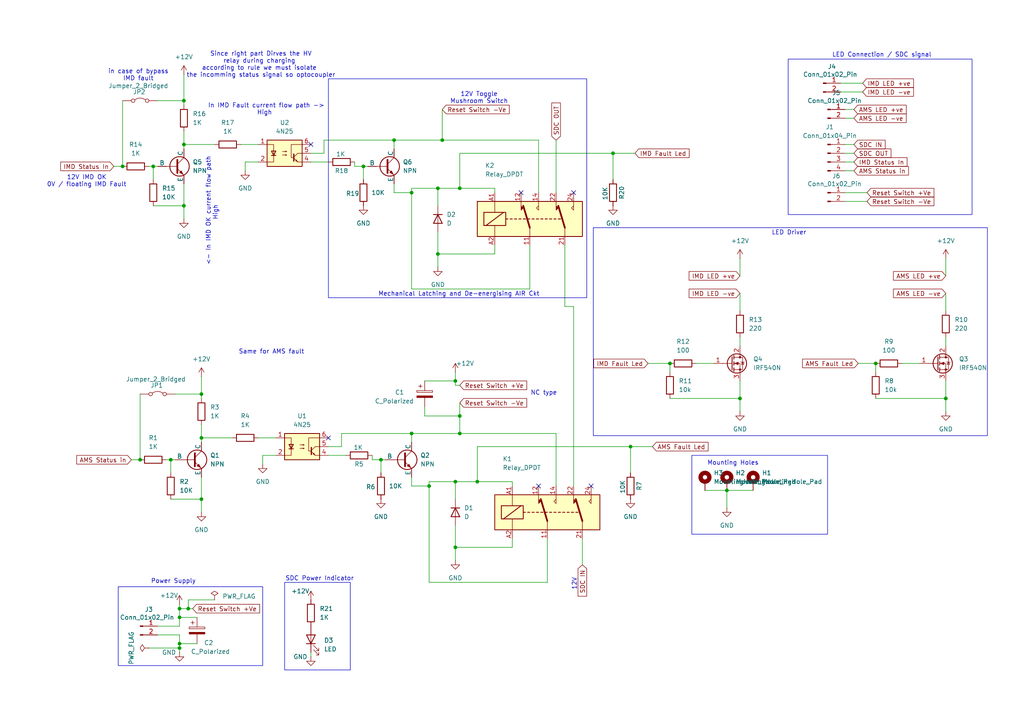
<source format=kicad_sch>
(kicad_sch (version 20231120) (generator "eeschema") (generator_version "8.0")
  (paper "A4")
  (title_block (title "Team Urja SDC 2024") (date "2024-09-06") (rev "V1") (company "Kathmandu University"))
  (lib_symbols
    (symbol "Connector:Conn_01x02_Pin" (pin_names (offset 1.016) hide)
      (property "Reference" "J" (at 0 2.54 0))
      (property "Value" "Conn_01x02_Pin" (at 0 -5.08 0))
      (symbol "Conn_01x02_Pin_1_1"
        (polyline (pts (xy 1.27 -2.54) (xy 0.8636 -2.54)) (stroke (width 0.1524)))
        (polyline (pts (xy 1.27 0) (xy 0.8636 0)) (stroke (width 0.1524)))
        (rectangle (start 0.8636 -2.413) (end 0 -2.667) (stroke (width 0.1524)) (fill (type outline)))
        (rectangle (start 0.8636 0.127) (end 0 -0.127) (stroke (width 0.1524)) (fill (type outline)))
        (pin passive line (at 5.08 0 180) (length 3.81) (name "Pin_1") (number "1"))
        (pin passive line (at 5.08 -2.54 180) (length 3.81) (name "Pin_2") (number "2"))
      )
    )
    (symbol "Connector:Conn_01x04_Pin" (pin_names (offset 1.016) hide)
      (property "Reference" "J" (at 0 5.08 0))
      (property "Value" "Conn_01x04_Pin" (at 0 -7.62 0))
      (symbol "Conn_01x04_Pin_1_1"
        (polyline (pts (xy 1.27 -5.08) (xy 0.8636 -5.08)) (stroke (width 0.1524)))
        (polyline (pts (xy 1.27 -2.54) (xy 0.8636 -2.54)) (stroke (width 0.1524)))
        (polyline (pts (xy 1.27 0) (xy 0.8636 0)) (stroke (width 0.1524)))
        (polyline (pts (xy 1.27 2.54) (xy 0.8636 2.54)) (stroke (width 0.1524)))
        (rectangle (start 0.8636 -4.953) (end 0 -5.207) (stroke (width 0.1524)) (fill (type outline)))
        (rectangle (start 0.8636 -2.413) (end 0 -2.667) (stroke (width 0.1524)) (fill (type outline)))
        (rectangle (start 0.8636 0.127) (end 0 -0.127) (stroke (width 0.1524)) (fill (type outline)))
        (rectangle (start 0.8636 2.667) (end 0 2.413) (stroke (width 0.1524)) (fill (type outline)))
        (pin passive line (at 5.08 2.54 180) (length 3.81) (name "Pin_1") (number "1"))
        (pin passive line (at 5.08 0 180) (length 3.81) (name "Pin_2") (number "2"))
        (pin passive line (at 5.08 -2.54 180) (length 3.81) (name "Pin_3") (number "3"))
        (pin passive line (at 5.08 -5.08 180) (length 3.81) (name "Pin_4") (number "4"))
      )
    )
    (symbol "Device:C_Polarized" (pin_numbers hide) (pin_names (offset 0.254))
      (property "Reference" "C" (at 0.635 2.54 0))
      (property "Value" "C_Polarized" (at 0.635 -2.54 0))
      (symbol "C_Polarized_0_1"
        (rectangle (start -2.286 0.508) (end 2.286 1.016))
        (polyline (pts (xy -1.778 2.286) (xy -0.762 2.286)))
        (polyline (pts (xy -1.27 2.794) (xy -1.27 1.778)))
        (rectangle (start 2.286 -0.508) (end -2.286 -1.016) (fill (type outline)))
      )
      (symbol "C_Polarized_1_1"
        (pin passive line (at 0 3.81 270) (length 2.794) (name "~") (number "1"))
        (pin passive line (at 0 -3.81 90) (length 2.794) (name "~") (number "2"))
      )
    )
    (symbol "Device:D" (pin_numbers hide) (pin_names (offset 1.016) hide)
      (property "Reference" "D" (at 0 2.54 0))
      (property "Value" "D" (at 0 -2.54 0))
      (symbol "D_0_1"
        (polyline (pts (xy -1.27 1.27) (xy -1.27 -1.27)) (stroke (width 0.254)))
        (polyline (pts (xy 1.27 0) (xy -1.27 0)))
        (polyline (pts (xy 1.27 1.27) (xy 1.27 -1.27) (xy -1.27 0) (xy 1.27 1.27)) (stroke (width 0.254)))
      )
      (symbol "D_1_1"
        (pin passive line (at -3.81 0 0) (length 2.54) (name "K") (number "1"))
        (pin passive line (at 3.81 0 180) (length 2.54) (name "A") (number "2"))
      )
    )
    (symbol "Device:LED" (pin_numbers hide) (pin_names (offset 1.016) hide)
      (property "Reference" "D" (at 0 2.54 0))
      (property "Value" "LED" (at 0 -2.54 0))
      (symbol "LED_0_1"
        (polyline (pts (xy -1.27 -1.27) (xy -1.27 1.27)) (stroke (width 0.254)))
        (polyline (pts (xy -1.27 0) (xy 1.27 0)))
        (polyline (pts (xy 1.27 -1.27) (xy 1.27 1.27) (xy -1.27 0) (xy 1.27 -1.27)) (stroke (width 0.254)))
        (polyline (pts (xy -3.048 -0.762) (xy -4.572 -2.286) (xy -3.81 -2.286) (xy -4.572 -2.286) (xy -4.572 -1.524)))
        (polyline (pts (xy -1.778 -0.762) (xy -3.302 -2.286) (xy -2.54 -2.286) (xy -3.302 -2.286) (xy -3.302 -1.524)))
      )
      (symbol "LED_1_1"
        (pin passive line (at -3.81 0 0) (length 2.54) (name "K") (number "1"))
        (pin passive line (at 3.81 0 180) (length 2.54) (name "A") (number "2"))
      )
    )
    (symbol "Device:R" (pin_numbers hide) (pin_names (offset 0))
      (property "Reference" "R" (at 2.032 0 90))
      (property "Value" "R" (at 0 0 90))
      (symbol "R_0_1"
        (rectangle (start -1.016 -2.54) (end 1.016 2.54) (stroke (width 0.254)))
      )
      (symbol "R_1_1"
        (pin passive line (at 0 3.81 270) (length 1.27) (name "~") (number "1"))
        (pin passive line (at 0 -3.81 90) (length 1.27) (name "~") (number "2"))
      )
    )
    (symbol "Isolator:4N25" (pin_names (offset 1.016))
      (property "Reference" "U" (at -5.08 5.08 0))
      (property "Value" "4N25" (at 0 5.08 0))
      (symbol "4N25_0_1"
        (rectangle (start -5.08 3.81) (end 5.08 -3.81) (stroke (width 0.254)) (fill (type background)))
        (polyline (pts (xy -3.81 -0.635) (xy -2.54 -0.635)) (stroke (width 0.254)))
        (polyline (pts (xy 2.667 -1.397) (xy 3.81 -2.54)))
        (polyline (pts (xy 2.667 -1.143) (xy 3.81 0)))
        (polyline (pts (xy 3.81 -2.54) (xy 5.08 -2.54)))
        (polyline (pts (xy 3.81 0) (xy 5.08 0)))
        (polyline (pts (xy 2.667 -0.254) (xy 2.667 -2.286) (xy 2.667 -2.286)) (stroke (width 0.3556)))
        (polyline (pts (xy -5.08 -2.54) (xy -3.175 -2.54) (xy -3.175 2.54) (xy -5.08 2.54)))
        (polyline (pts (xy -3.175 -0.635) (xy -3.81 0.635) (xy -2.54 0.635) (xy -3.175 -0.635)) (stroke (width 0.254)))
        (polyline (pts (xy 3.683 -2.413) (xy 3.429 -1.905) (xy 3.175 -2.159) (xy 3.683 -2.413)))
        (polyline (pts (xy 5.08 2.54) (xy 1.905 2.54) (xy 1.905 -1.27) (xy 2.54 -1.27)))
        (polyline (pts (xy -0.635 -0.508) (xy 0.635 -0.508) (xy 0.254 -0.635) (xy 0.254 -0.381) (xy 0.635 -0.508)))
        (polyline (pts (xy -0.635 0.508) (xy 0.635 0.508) (xy 0.254 0.381) (xy 0.254 0.635) (xy 0.635 0.508)))
      )
      (symbol "4N25_1_1"
        (pin passive line (at -7.62 2.54 0) (length 2.54) (name "~") (number "1"))
        (pin passive line (at -7.62 -2.54 0) (length 2.54) (name "~") (number "2"))
        (pin no_connect line (at -5.08 0 0) (length 2.54) hide (name "NC") (number "3"))
        (pin passive line (at 7.62 -2.54 180) (length 2.54) (name "~") (number "4"))
        (pin passive line (at 7.62 0 180) (length 2.54) (name "~") (number "5"))
        (pin passive line (at 7.62 2.54 180) (length 2.54) (name "~") (number "6"))
      )
    )
    (symbol "Jumper:Jumper_2_Bridged" (pin_numbers hide) (pin_names (offset 0) hide) (exclude_from_sim yes)
      (property "Reference" "JP" (at 0 1.905 0))
      (property "Value" "Jumper_2_Bridged" (at 0 -2.54 0))
      (symbol "Jumper_2_Bridged_0_0"
        (circle (center -2.032 0) (radius 0.508))
        (circle (center 2.032 0) (radius 0.508))
      )
      (symbol "Jumper_2_Bridged_0_1"
        (arc (start 1.524 0.254) (mid 0 0.762) (end -1.524 0.254))
      )
      (symbol "Jumper_2_Bridged_1_1"
        (pin passive line (at -5.08 0 0) (length 2.54) (name "A") (number "1"))
        (pin passive line (at 5.08 0 180) (length 2.54) (name "B") (number "2"))
      )
    )
    (symbol "Mechanical:MountingHole_Pad" (pin_numbers hide) (pin_names (offset 1.016) hide) (exclude_from_sim yes) (in_bom no)
      (property "Reference" "H" (at 0 6.35 0))
      (property "Value" "MountingHole_Pad" (at 0 4.445 0))
      (symbol "MountingHole_Pad_0_1"
        (circle (center 0 1.27) (radius 1.27) (stroke (width 1.27)))
      )
      (symbol "MountingHole_Pad_1_1"
        (pin input line (at 0 -2.54 90) (length 2.54) (name "1") (number "1"))
      )
    )
    (symbol "Relay:Relay_DPDT"
      (property "Reference" "K" (at 16.51 3.81 0))
      (property "Value" "Relay_DPDT" (at 16.51 1.27 0))
      (symbol "Relay_DPDT_0_1"
        (rectangle (start -15.24 5.08) (end 15.24 -5.08) (stroke (width 0.254)) (fill (type background)))
        (rectangle (start -13.335 1.905) (end -6.985 -1.905) (stroke (width 0.254)))
        (polyline (pts (xy -12.7 -1.905) (xy -7.62 1.905)) (stroke (width 0.254)))
        (polyline (pts (xy -10.16 -5.08) (xy -10.16 -1.905)))
        (polyline (pts (xy -10.16 5.08) (xy -10.16 1.905)))
        (polyline (pts (xy -6.985 0) (xy -6.35 0)) (stroke (width 0.254)))
        (polyline (pts (xy -5.715 0) (xy -5.08 0)) (stroke (width 0.254)))
        (polyline (pts (xy -4.445 0) (xy -3.81 0)) (stroke (width 0.254)))
        (polyline (pts (xy -3.175 0) (xy -2.54 0)) (stroke (width 0.254)))
        (polyline (pts (xy -1.905 0) (xy -1.27 0)) (stroke (width 0.254)))
        (polyline (pts (xy -0.635 0) (xy 0 0)) (stroke (width 0.254)))
        (polyline (pts (xy 0 -2.54) (xy -1.905 3.81)) (stroke (width 0.508)))
        (polyline (pts (xy 0 -2.54) (xy 0 -5.08)))
        (polyline (pts (xy 0.635 0) (xy 1.27 0)) (stroke (width 0.254)))
        (polyline (pts (xy 1.905 0) (xy 2.54 0)) (stroke (width 0.254)))
        (polyline (pts (xy 3.175 0) (xy 3.81 0)) (stroke (width 0.254)))
        (polyline (pts (xy 4.445 0) (xy 5.08 0)) (stroke (width 0.254)))
        (polyline (pts (xy 5.715 0) (xy 6.35 0)) (stroke (width 0.254)))
        (polyline (pts (xy 6.985 0) (xy 7.62 0)) (stroke (width 0.254)))
        (polyline (pts (xy 8.255 0) (xy 8.89 0)) (stroke (width 0.254)))
        (polyline (pts (xy 10.16 -2.54) (xy 8.255 3.81)) (stroke (width 0.508)))
        (polyline (pts (xy 10.16 -2.54) (xy 10.16 -5.08)))
        (polyline (pts (xy -2.54 5.08) (xy -2.54 2.54) (xy -1.905 3.175) (xy -2.54 3.81)) (fill (type outline)))
        (polyline (pts (xy 2.54 5.08) (xy 2.54 2.54) (xy 1.905 3.175) (xy 2.54 3.81)))
        (polyline (pts (xy 7.62 5.08) (xy 7.62 2.54) (xy 8.255 3.175) (xy 7.62 3.81)) (fill (type outline)))
        (polyline (pts (xy 12.7 5.08) (xy 12.7 2.54) (xy 12.065 3.175) (xy 12.7 3.81)))
      )
      (symbol "Relay_DPDT_1_1"
        (pin passive line (at 0 -7.62 90) (length 2.54) (name "~") (number "11"))
        (pin passive line (at -2.54 7.62 270) (length 2.54) (name "~") (number "12"))
        (pin passive line (at 2.54 7.62 270) (length 2.54) (name "~") (number "14"))
        (pin passive line (at 10.16 -7.62 90) (length 2.54) (name "~") (number "21"))
        (pin passive line (at 7.62 7.62 270) (length 2.54) (name "~") (number "22"))
        (pin passive line (at 12.7 7.62 270) (length 2.54) (name "~") (number "24"))
        (pin passive line (at -10.16 7.62 270) (length 2.54) (name "~") (number "A1"))
        (pin passive line (at -10.16 -7.62 90) (length 2.54) (name "~") (number "A2"))
      )
    )
    (symbol "Simulation_SPICE:NPN" (pin_numbers hide) (pin_names (offset 0))
      (property "Reference" "Q" (at -2.54 7.62 0))
      (property "Value" "NPN" (at -2.54 5.08 0))
      (symbol "NPN_0_1"
        (polyline (pts (xy -2.54 0) (xy 0.635 0)) (stroke (width 0.1524)))
        (polyline (pts (xy 0.635 0.635) (xy 2.54 2.54)))
        (polyline (pts (xy 2.794 -1.27) (xy 2.794 -1.27)) (stroke (width 0.1524)))
        (polyline (pts (xy 2.794 -1.27) (xy 2.794 -1.27)) (stroke (width 0.1524)))
        (polyline (pts (xy 0.635 -0.635) (xy 2.54 -2.54) (xy 2.54 -2.54)))
        (polyline (pts (xy 0.635 1.905) (xy 0.635 -1.905) (xy 0.635 -1.905)) (stroke (width 0.508)))
        (polyline (pts (xy 1.27 -1.778) (xy 1.778 -1.27) (xy 2.286 -2.286) (xy 1.27 -1.778) (xy 1.27 -1.778)) (fill (type outline)))
        (circle (center 1.27 0) (radius 2.8194) (stroke (width 0.254)))
      )
      (symbol "NPN_1_1"
        (pin open_collector line (at 2.54 5.08 270) (length 2.54) (name "C") (number "1"))
        (pin input line (at -5.08 0 0) (length 2.54) (name "B") (number "2"))
        (pin open_emitter line (at 2.54 -5.08 90) (length 2.54) (name "E") (number "3"))
      )
    )
    (symbol "Transistor_FET:IRF540N" (pin_names hide)
      (property "Reference" "Q" (at 5.08 1.905 0))
      (property "Value" "IRF540N" (at 5.08 0 0))
      (symbol "IRF540N_0_1"
        (polyline (pts (xy 0.254 0) (xy -2.54 0)))
        (polyline (pts (xy 0.254 1.905) (xy 0.254 -1.905)) (stroke (width 0.254)))
        (polyline (pts (xy 0.762 -1.27) (xy 0.762 -2.286)) (stroke (width 0.254)))
        (polyline (pts (xy 0.762 0.508) (xy 0.762 -0.508)) (stroke (width 0.254)))
        (polyline (pts (xy 0.762 2.286) (xy 0.762 1.27)) (stroke (width 0.254)))
        (polyline (pts (xy 2.54 2.54) (xy 2.54 1.778)))
        (polyline (pts (xy 2.54 -2.54) (xy 2.54 0) (xy 0.762 0)))
        (polyline (pts (xy 0.762 -1.778) (xy 3.302 -1.778) (xy 3.302 1.778) (xy 0.762 1.778)))
        (polyline (pts (xy 1.016 0) (xy 2.032 0.381) (xy 2.032 -0.381) (xy 1.016 0)) (fill (type outline)))
        (polyline (pts (xy 2.794 0.508) (xy 2.921 0.381) (xy 3.683 0.381) (xy 3.81 0.254)))
        (polyline (pts (xy 3.302 0.381) (xy 2.921 -0.254) (xy 3.683 -0.254) (xy 3.302 0.381)))
        (circle (center 1.651 0) (radius 2.794) (stroke (width 0.254)))
        (circle (center 2.54 -1.778) (radius 0.254) (fill (type outline)))
        (circle (center 2.54 1.778) (radius 0.254) (fill (type outline)))
      )
      (symbol "IRF540N_1_1"
        (pin input line (at -5.08 0 0) (length 2.54) (name "G") (number "1"))
        (pin passive line (at 2.54 5.08 270) (length 2.54) (name "D") (number "2"))
        (pin passive line (at 2.54 -5.08 90) (length 2.54) (name "S") (number "3"))
      )
    )
    (symbol "power:+12V" (power) (pin_numbers hide) (pin_names (offset 0) hide)
      (property "Value" "+12V" (at 0 3.556 0))
      (symbol "+12V_0_1"
        (polyline (pts (xy -0.762 1.27) (xy 0 2.54)))
        (polyline (pts (xy 0 0) (xy 0 2.54)))
        (polyline (pts (xy 0 2.54) (xy 0.762 1.27)))
      )
      (symbol "+12V_1_1"
        (pin power_in line (at 0 0 90) (length 0) (name "~") (number "1"))
      )
    )
    (symbol "power:GND" (power) (pin_numbers hide) (pin_names (offset 0) hide)
      (property "Value" "GND" (at 0 -3.81 0))
      (symbol "GND_0_1"
        (polyline (pts (xy 0 0) (xy 0 -1.27) (xy 1.27 -1.27) (xy 0 -2.54) (xy -1.27 -1.27) (xy 0 -1.27)))
      )
      (symbol "GND_1_1"
        (pin power_in line (at 0 0 270) (length 0) (name "~") (number "1"))
      )
    )
    (symbol "power:PWR_FLAG" (power) (pin_numbers hide) (pin_names (offset 0) hide)
      (property "Value" "PWR_FLAG" (at 0 3.81 0))
      (symbol "PWR_FLAG_0_0"
        (pin power_out line (at 0 0 90) (length 0) (name "~") (number "1"))
      )
      (symbol "PWR_FLAG_0_1"
        (polyline (pts (xy 0 0) (xy 0 1.27) (xy -1.016 1.905) (xy 0 2.54) (xy 1.016 1.905) (xy 0 1.27)))
      )
    )
  )
  (junction (at 210.82 142.24))
  (junction (at 49.53 133.35))
  (junction (at 53.34 41.91))
  (junction (at 133.35 120.65))
  (junction (at 133.35 54.61))
  (junction (at 114.3 40.64))
  (junction (at 127 54.61))
  (junction (at 133.35 125.73))
  (junction (at 177.8 44.45))
  (junction (at 119.38 125.73))
  (junction (at 127 73.66))
  (junction (at 58.42 127))
  (junction (at 182.88 129.54))
  (junction (at 52.07 187.96))
  (junction (at 40.64 133.35))
  (junction (at 138.43 139.7))
  (junction (at 194.31 105.41))
  (junction (at 58.42 114.3))
  (junction (at 53.34 59.69))
  (junction (at 58.42 144.78))
  (junction (at 132.08 158.75))
  (junction (at 119.38 55.88))
  (junction (at 35.56 48.26))
  (junction (at 52.07 179.07))
  (junction (at 128.27 40.64))
  (junction (at 132.08 110.49))
  (junction (at 105.41 48.26))
  (junction (at 132.08 139.7))
  (junction (at 52.07 176.53))
  (junction (at 53.34 29.21))
  (junction (at 124.46 140.97))
  (junction (at 52.07 186.69))
  (junction (at 44.45 48.26))
  (junction (at 254 105.41))
  (junction (at 110.49 133.35))
  (junction (at 54.61 176.53))
  (junction (at 274.32 115.57))
  (junction (at 214.63 115.57))
  (no_connect (at 171.45 140.97))
  (no_connect (at 166.37 55.88))
  (no_connect (at 95.25 127))
  (no_connect (at 90.17 41.91))
  (no_connect (at 151.13 55.88))
  (no_connect (at 156.21 140.97))
  (wire (pts (xy 128.27 40.64) (xy 156.21 40.64)))
  (wire (pts (xy 52.07 181.61) (xy 45.72 181.61)))
  (wire (pts (xy 214.63 115.57) (xy 214.63 119.38)))
  (wire (pts (xy 274.32 115.57) (xy 274.32 119.38)))
  (wire (pts (xy 166.37 88.9) (xy 163.83 88.9)))
  (wire (pts (xy 127 73.66) (xy 127 77.47)))
  (wire (pts (xy 49.53 133.35) (xy 49.53 137.16)))
  (wire (pts (xy 132.08 110.49) (xy 132.08 111.76)))
  (wire (pts (xy 133.35 54.61) (xy 143.51 54.61)))
  (wire (pts (xy 74.93 127) (xy 80.01 127)))
  (wire (pts (xy 274.32 110.49) (xy 274.32 115.57)))
  (wire (pts (xy 133.35 120.65) (xy 133.35 125.73)))
  (wire (pts (xy 138.43 139.7) (xy 148.59 139.7)))
  (wire (pts (xy 58.42 144.78) (xy 58.42 148.59)))
  (wire (pts (xy 274.32 85.09) (xy 274.32 90.17)))
  (wire (pts (xy 119.38 140.97) (xy 124.46 140.97)))
  (wire (pts (xy 53.34 21.59) (xy 53.34 29.21)))
  (wire (pts (xy 182.88 129.54) (xy 182.88 137.16)))
  (wire (pts (xy 243.84 26.67) (xy 250.19 26.67)))
  (wire (pts (xy 107.95 133.35) (xy 107.95 132.08)))
  (wire (pts (xy 52.07 187.96) (xy 52.07 186.69)))
  (wire (pts (xy 52.07 176.53) (xy 54.61 176.53)))
  (wire (pts (xy 128.27 31.75) (xy 128.27 40.64)))
  (wire (pts (xy 133.35 116.84) (xy 133.35 120.65)))
  (wire (pts (xy 52.07 186.69) (xy 52.07 184.15)))
  (wire (pts (xy 52.07 176.53) (xy 52.07 179.07)))
  (wire (pts (xy 90.17 46.99) (xy 95.25 46.99)))
  (wire (pts (xy 148.59 139.7) (xy 148.59 140.97)))
  (wire (pts (xy 132.08 111.76) (xy 133.35 111.76)))
  (wire (pts (xy 76.2 132.08) (xy 80.01 132.08)))
  (wire (pts (xy 214.63 97.79) (xy 214.63 100.33)))
  (wire (pts (xy 132.08 158.75) (xy 132.08 162.56)))
  (wire (pts (xy 114.3 55.88) (xy 119.38 55.88)))
  (wire (pts (xy 163.83 71.12) (xy 163.83 88.9)))
  (wire (pts (xy 243.84 24.13) (xy 250.19 24.13)))
  (wire (pts (xy 210.82 142.24) (xy 210.82 147.32)))
  (wire (pts (xy 105.41 48.26) (xy 106.68 48.26)))
  (wire (pts (xy 245.11 41.91) (xy 247.65 41.91)))
  (wire (pts (xy 52.07 184.15) (xy 45.72 184.15)))
  (wire (pts (xy 132.08 107.95) (xy 132.08 110.49)))
  (wire (pts (xy 132.08 152.4) (xy 132.08 158.75)))
  (wire (pts (xy 214.63 110.49) (xy 214.63 115.57)))
  (wire (pts (xy 52.07 175.26) (xy 52.07 176.53)))
  (wire (pts (xy 128.27 40.64) (xy 114.3 40.64)))
  (wire (pts (xy 132.08 144.78) (xy 132.08 139.7)))
  (wire (pts (xy 182.88 129.54) (xy 189.23 129.54)))
  (wire (pts (xy 50.8 114.3) (xy 58.42 114.3)))
  (wire (pts (xy 194.31 105.41) (xy 194.31 107.95)))
  (wire (pts (xy 124.46 140.97) (xy 124.46 168.91)))
  (wire (pts (xy 214.63 74.93) (xy 214.63 80.01)))
  (wire (pts (xy 248.92 105.41) (xy 254 105.41)))
  (wire (pts (xy 114.3 53.34) (xy 114.3 55.88)))
  (wire (pts (xy 48.26 133.35) (xy 49.53 133.35)))
  (wire (pts (xy 45.72 29.21) (xy 53.34 29.21)))
  (wire (pts (xy 107.95 133.35) (xy 110.49 133.35)))
  (wire (pts (xy 110.49 133.35) (xy 110.49 137.16)))
  (wire (pts (xy 127 54.61) (xy 133.35 54.61)))
  (wire (pts (xy 123.19 118.11) (xy 123.19 120.65)))
  (wire (pts (xy 214.63 85.09) (xy 214.63 90.17)))
  (wire (pts (xy 138.43 139.7) (xy 138.43 129.54)))
  (wire (pts (xy 245.11 34.29) (xy 247.65 34.29)))
  (wire (pts (xy 274.32 97.79) (xy 274.32 100.33)))
  (wire (pts (xy 132.08 139.7) (xy 138.43 139.7)))
  (wire (pts (xy 204.47 142.24) (xy 210.82 142.24)))
  (wire (pts (xy 194.31 115.57) (xy 214.63 115.57)))
  (wire (pts (xy 245.11 49.53) (xy 247.65 49.53)))
  (wire (pts (xy 123.19 120.65) (xy 133.35 120.65)))
  (wire (pts (xy 52.07 179.07) (xy 52.07 181.61)))
  (wire (pts (xy 53.34 29.21) (xy 53.34 30.48)))
  (wire (pts (xy 210.82 142.24) (xy 218.44 142.24)))
  (wire (pts (xy 245.11 31.75) (xy 247.65 31.75)))
  (wire (pts (xy 53.34 41.91) (xy 62.23 41.91)))
  (wire (pts (xy 161.29 40.64) (xy 161.29 55.88)))
  (wire (pts (xy 148.59 158.75) (xy 148.59 156.21)))
  (wire (pts (xy 93.98 40.64) (xy 114.3 40.64)))
  (wire (pts (xy 187.96 105.41) (xy 194.31 105.41)))
  (wire (pts (xy 124.46 139.7) (xy 132.08 139.7)))
  (wire (pts (xy 49.53 144.78) (xy 58.42 144.78)))
  (wire (pts (xy 153.67 71.12) (xy 153.67 83.82)))
  (wire (pts (xy 43.18 48.26) (xy 44.45 48.26)))
  (wire (pts (xy 201.93 105.41) (xy 207.01 105.41)))
  (wire (pts (xy 93.98 44.45) (xy 93.98 40.64)))
  (wire (pts (xy 261.62 105.41) (xy 266.7 105.41)))
  (wire (pts (xy 49.53 133.35) (xy 50.8 133.35)))
  (wire (pts (xy 156.21 40.64) (xy 156.21 55.88)))
  (wire (pts (xy 143.51 54.61) (xy 143.51 55.88)))
  (wire (pts (xy 102.87 48.26) (xy 105.41 48.26)))
  (wire (pts (xy 53.34 41.91) (xy 53.34 43.18)))
  (wire (pts (xy 114.3 40.64) (xy 114.3 43.18)))
  (wire (pts (xy 166.37 140.97) (xy 166.37 88.9)))
  (wire (pts (xy 52.07 186.69) (xy 57.15 186.69)))
  (wire (pts (xy 119.38 55.88) (xy 119.38 83.82)))
  (wire (pts (xy 127 67.31) (xy 127 73.66)))
  (wire (pts (xy 274.32 74.93) (xy 274.32 80.01)))
  (wire (pts (xy 133.35 125.73) (xy 161.29 125.73)))
  (wire (pts (xy 58.42 114.3) (xy 58.42 115.57)))
  (wire (pts (xy 44.45 48.26) (xy 45.72 48.26)))
  (wire (pts (xy 119.38 138.43) (xy 119.38 140.97)))
  (wire (pts (xy 245.11 46.99) (xy 247.65 46.99)))
  (wire (pts (xy 158.75 156.21) (xy 158.75 168.91)))
  (wire (pts (xy 132.08 158.75) (xy 148.59 158.75)))
  (wire (pts (xy 43.18 187.96) (xy 52.07 187.96)))
  (wire (pts (xy 133.35 54.61) (xy 133.35 44.45)))
  (wire (pts (xy 245.11 55.88) (xy 251.46 55.88)))
  (wire (pts (xy 71.12 46.99) (xy 74.93 46.99)))
  (wire (pts (xy 44.45 48.26) (xy 44.45 52.07)))
  (wire (pts (xy 99.06 125.73) (xy 119.38 125.73)))
  (wire (pts (xy 90.17 189.23) (xy 90.17 190.5)))
  (wire (pts (xy 38.1 133.35) (xy 40.64 133.35)))
  (wire (pts (xy 123.19 110.49) (xy 132.08 110.49)))
  (wire (pts (xy 53.34 53.34) (xy 53.34 59.69)))
  (wire (pts (xy 254 105.41) (xy 254 107.95)))
  (wire (pts (xy 95.25 132.08) (xy 100.33 132.08)))
  (wire (pts (xy 119.38 125.73) (xy 119.38 128.27)))
  (wire (pts (xy 177.8 44.45) (xy 177.8 52.07)))
  (wire (pts (xy 143.51 73.66) (xy 143.51 71.12)))
  (wire (pts (xy 110.49 133.35) (xy 111.76 133.35)))
  (wire (pts (xy 161.29 125.73) (xy 161.29 140.97)))
  (wire (pts (xy 90.17 44.45) (xy 93.98 44.45)))
  (wire (pts (xy 127 73.66) (xy 143.51 73.66)))
  (wire (pts (xy 119.38 54.61) (xy 127 54.61)))
  (wire (pts (xy 54.61 173.99) (xy 54.61 176.53)))
  (wire (pts (xy 254 115.57) (xy 274.32 115.57)))
  (wire (pts (xy 69.85 41.91) (xy 74.93 41.91)))
  (wire (pts (xy 127 59.69) (xy 127 54.61)))
  (wire (pts (xy 133.35 125.73) (xy 119.38 125.73)))
  (wire (pts (xy 58.42 123.19) (xy 58.42 127)))
  (wire (pts (xy 58.42 109.22) (xy 58.42 114.3)))
  (wire (pts (xy 62.23 173.99) (xy 54.61 173.99)))
  (wire (pts (xy 153.67 83.82) (xy 119.38 83.82)))
  (wire (pts (xy 168.91 156.21) (xy 168.91 163.83)))
  (wire (pts (xy 35.56 29.21) (xy 35.56 48.26)))
  (wire (pts (xy 53.34 38.1) (xy 53.34 41.91)))
  (wire (pts (xy 54.61 176.53) (xy 55.88 176.53)))
  (wire (pts (xy 52.07 189.23) (xy 52.07 187.96)))
  (wire (pts (xy 177.8 44.45) (xy 184.15 44.45)))
  (wire (pts (xy 44.45 59.69) (xy 53.34 59.69)))
  (wire (pts (xy 52.07 179.07) (xy 57.15 179.07)))
  (wire (pts (xy 245.11 58.42) (xy 251.46 58.42)))
  (wire (pts (xy 76.2 132.08) (xy 76.2 134.62)))
  (wire (pts (xy 102.87 48.26) (xy 102.87 46.99)))
  (wire (pts (xy 105.41 48.26) (xy 105.41 52.07)))
  (wire (pts (xy 99.06 129.54) (xy 99.06 125.73)))
  (wire (pts (xy 124.46 139.7) (xy 124.46 140.97)))
  (wire (pts (xy 40.64 114.3) (xy 40.64 133.35)))
  (wire (pts (xy 245.11 44.45) (xy 247.65 44.45)))
  (wire (pts (xy 53.34 59.69) (xy 53.34 63.5)))
  (wire (pts (xy 58.42 127) (xy 58.42 128.27)))
  (wire (pts (xy 58.42 138.43) (xy 58.42 144.78)))
  (wire (pts (xy 95.25 129.54) (xy 99.06 129.54)))
  (wire (pts (xy 58.42 127) (xy 67.31 127)))
  (wire (pts (xy 133.35 44.45) (xy 177.8 44.45)))
  (wire (pts (xy 33.02 48.26) (xy 35.56 48.26)))
  (wire (pts (xy 138.43 129.54) (xy 182.88 129.54)))
  (wire (pts (xy 158.75 168.91) (xy 124.46 168.91)))
  (wire (pts (xy 119.38 54.61) (xy 119.38 55.88)))
  (wire (pts (xy 71.12 46.99) (xy 71.12 49.53)))
  (rectangle (start 34.29 170.18) (end 76.2 193.04))
  (rectangle (start 95.25 22.86) (end 170.18 86.36))
  (rectangle (start 228.6 17.145) (end 281.94 62.23))
  (rectangle (start 82.55 168.91) (end 101.6 194.31))
  (rectangle (start 172.085 66.04) (end 286.385 126.365))
  (rectangle (start 200.66 132.08) (end 240.03 154.94))
  (text "Power Supply\n" (at 50.292 168.656 0) (effects (font (size 1.27 1.27))))
  (text "LED Connection / SDC signal\n" (at 255.778 16.002 0) (effects (font (size 1.27 1.27))))
  (text "LED Driver\n" (at 228.854 67.564 0) (effects (font (size 1.27 1.27))))
  (text "Same for AMS fault" (at 78.74 102.108 0) (effects (font (size 1.27 1.27))))
  (text "12V Toggle \nMushroom Switch " (at 139.446 28.448 0) (effects (font (size 1.27 1.27))))
  (text "in case of bypass\nIMD fault" (at 40.132 21.844 0) (effects (font (size 1.27 1.27))))
  (text "Mechanical Latching and De-energising AIR Ckt" (at 133.096 85.344 0) (effects (font (size 1.27 1.27))))
  (text "In IMD Fault current flow path ->\nHigh " (at 77.216 31.75 0) (effects (font (size 1.27 1.27))))
  (text "Since right part Dirves the HV\nrelay during charging \naccording to rule we must isolate \nthe incomming status signal so optocoupler" (at 75.692 18.796 0) (effects (font (size 1.27 1.27))))
  (text "NC type\n" (at 157.734 114.046 0) (effects (font (size 1.27 1.27))))
  (text "12V IMD OK\n0V / floating IMD Fault" (at 25.146 52.578 0) (effects (font (size 1.27 1.27))))
  (text "Mounting Holes" (at 212.598 134.366 0) (effects (font (size 1.27 1.27))))
  (text "SDC Power Indicator" (at 92.71 167.894 0) (effects (font (size 1.27 1.27))))
  (text "12V" (at 166.624 169.418 90) (effects (font (size 1.27 1.27))))
  (text "<- In IMD OK current flow path\nHigh " (at 61.468 61.214 90) (effects (font (size 1.27 1.27))))
  (global_label "AMS Status in" (shape input) (at 247.65 49.53 0) (property "Intersheetrefs" "${INTERSHEET_REFS}" (effects (hide yes))))
  (global_label "Reset Switch +Ve" (shape input) (at 55.88 176.53 0) (property "Intersheetrefs" "${INTERSHEET_REFS}" (effects (hide yes))))
  (global_label "SDC OUT" (shape input) (at 247.65 44.45 0) (property "Intersheetrefs" "${INTERSHEET_REFS}" (effects (hide yes))))
  (global_label "IMD Status In" (shape input) (at 247.65 46.99 0) (property "Intersheetrefs" "${INTERSHEET_REFS}" (effects (hide yes))))
  (global_label "IMD LED -ve" (shape input) (at 250.19 26.67 0) (property "Intersheetrefs" "${INTERSHEET_REFS}" (effects (hide yes))))
  (global_label "SDC OUT" (shape input) (at 161.29 40.64 90) (property "Intersheetrefs" "${INTERSHEET_REFS}" (effects (hide yes))))
  (global_label "Reset Switch -Ve" (shape input) (at 251.46 58.42 0) (property "Intersheetrefs" "${INTERSHEET_REFS}" (effects (hide yes))))
  (global_label "Reset Switch -Ve" (shape input) (at 133.35 116.84 0) (property "Intersheetrefs" "${INTERSHEET_REFS}" (effects (hide yes))))
  (global_label "AMS Fault Led" (shape input) (at 189.23 129.54 0) (property "Intersheetrefs" "${INTERSHEET_REFS}" (effects (hide yes))))
  (global_label "IMD Fault Led" (shape input) (at 184.15 44.45 0) (property "Intersheetrefs" "${INTERSHEET_REFS}" (effects (hide yes))))
  (global_label "IMD LED +ve" (shape input) (at 250.19 24.13 0) (property "Intersheetrefs" "${INTERSHEET_REFS}" (effects (hide yes))))
  (global_label "Reset Switch +Ve" (shape input) (at 251.46 55.88 0) (property "Intersheetrefs" "${INTERSHEET_REFS}" (effects (hide yes))))
  (global_label "IMD Status In" (shape input) (at 33.02 48.26 180) (property "Intersheetrefs" "${INTERSHEET_REFS}" (effects (hide yes))))
  (global_label "IMD Fault Led" (shape input) (at 187.96 105.41 180) (property "Intersheetrefs" "${INTERSHEET_REFS}" (effects (hide yes))))
  (global_label "AMS LED -ve" (shape input) (at 247.65 34.29 0) (property "Intersheetrefs" "${INTERSHEET_REFS}" (effects (hide yes))))
  (global_label "AMS Status in" (shape input) (at 38.1 133.35 180) (property "Intersheetrefs" "${INTERSHEET_REFS}" (effects (hide yes))))
  (global_label "IMD LED -ve" (shape input) (at 214.63 85.09 180) (property "Intersheetrefs" "${INTERSHEET_REFS}" (effects (hide yes))))
  (global_label "Reset Switch -Ve" (shape input) (at 128.27 31.75 0) (property "Intersheetrefs" "${INTERSHEET_REFS}" (effects (hide yes))))
  (global_label "IMD LED +ve" (shape input) (at 214.63 80.01 180) (property "Intersheetrefs" "${INTERSHEET_REFS}" (effects (hide yes))))
  (global_label "Reset Switch +Ve" (shape input) (at 133.35 111.76 0) (property "Intersheetrefs" "${INTERSHEET_REFS}" (effects (hide yes))))
  (global_label "AMS LED +ve" (shape input) (at 247.65 31.75 0) (property "Intersheetrefs" "${INTERSHEET_REFS}" (effects (hide yes))))
  (global_label "SDC IN" (shape input) (at 247.65 41.91 0) (property "Intersheetrefs" "${INTERSHEET_REFS}" (effects (hide yes))))
  (global_label "AMS LED +ve" (shape input) (at 274.32 80.01 180) (property "Intersheetrefs" "${INTERSHEET_REFS}" (effects (hide yes))))
  (global_label "AMS Fault Led" (shape input) (at 248.92 105.41 180) (property "Intersheetrefs" "${INTERSHEET_REFS}" (effects (hide yes))))
  (global_label "SDC IN" (shape input) (at 168.91 163.83 270) (property "Intersheetrefs" "${INTERSHEET_REFS}" (effects (hide yes))))
  (global_label "AMS LED -ve" (shape input) (at 274.32 85.09 180) (property "Intersheetrefs" "${INTERSHEET_REFS}" (effects (hide yes))))
  (symbol (lib_id "Connector:Conn_01x02_Pin") (at 240.03 31.75 0) (unit 1)
    (property "Reference" "J5" (at 242.57 26.924 0))
    (property "Value" "Conn_01x02_Pin" (at 242.062 29.21 0))
    (property "Footprint" "Connector_PinHeader_2.54mm:PinHeader_1x02_P2.54mm_Vertical" (effects (hide yes)))
    (property "Description" "Generic connector, single row, 01x02, script generated" (effects (hide yes)))
  )
  (symbol (lib_id "Device:D") (at 132.08 148.59 270) (unit 1)
    (property "Reference" "D1" (at 134.62 147.3199 90) (effects (justify left)))
    (property "Value" "D" (at 134.62 149.8599 90) (effects (justify left)))
    (property "Footprint" "Diode_THT:D_A-405_P7.62mm_Horizontal" (effects (hide yes)))
    (property "Description" "Diode" (effects (hide yes)))
    (property "Sim.Device" "D" (effects (hide yes)))
    (property "Sim.Pins" "1=K 2=A" (effects (hide yes)))
  )
  (symbol (lib_id "Device:R") (at 104.14 132.08 270) (unit 1)
    (property "Reference" "R5" (at 104.14 134.62 90))
    (property "Value" "1K" (at 103.886 129.794 90))
    (property "Footprint" "Resistor_THT:R_Axial_DIN0207_L6.3mm_D2.5mm_P7.62mm_Horizontal" (effects (hide yes)))
    (property "Description" "Resistor" (effects (hide yes)))
  )
  (symbol (lib_id "Device:R") (at 257.81 105.41 90) (unit 1)
    (property "Reference" "R9" (at 257.81 99.06 90))
    (property "Value" "100" (at 257.81 101.6 90))
    (property "Footprint" "Resistor_THT:R_Axial_DIN0204_L3.6mm_D1.6mm_P7.62mm_Horizontal" (effects (hide yes)))
    (property "Description" "Resistor" (effects (hide yes)))
  )
  (symbol (lib_id "power:GND") (at 110.49 144.78 0) (unit 1)
    (property "Reference" "#PWR04" (effects (hide yes)))
    (property "Value" "GND" (at 110.49 149.86 0))
    (property "Description" "Power symbol creates a global label with name \"GND\" , ground" (effects (hide yes)))
  )
  (symbol (lib_id "Device:R") (at 39.37 48.26 90) (unit 1)
    (property "Reference" "R14" (at 39.37 41.91 90))
    (property "Value" "1K" (at 39.37 44.45 90))
    (property "Footprint" "Resistor_THT:R_Axial_DIN0207_L6.3mm_D2.5mm_P7.62mm_Horizontal" (effects (hide yes)))
    (property "Description" "Resistor" (effects (hide yes)))
  )
  (symbol (lib_id "Connector:Conn_01x02_Pin") (at 238.76 24.13 0) (unit 1)
    (property "Reference" "J4" (at 241.3 19.304 0))
    (property "Value" "Conn_01x02_Pin" (at 240.792 21.59 0))
    (property "Footprint" "Connector_PinHeader_2.54mm:PinHeader_1x02_P2.54mm_Vertical" (effects (hide yes)))
    (property "Description" "Generic connector, single row, 01x02, script generated" (effects (hide yes)))
  )
  (symbol (lib_id "Device:LED") (at 90.17 185.42 90) (unit 1)
    (property "Reference" "D3" (at 93.98 185.7374 90) (effects (justify right)))
    (property "Value" "LED" (at 93.98 188.2774 90) (effects (justify right)))
    (property "Footprint" "LED_THT:LED_D5.0mm" (effects (hide yes)))
    (property "Description" "Light emitting diode" (effects (hide yes)))
  )
  (symbol (lib_id "power:GND") (at 132.08 162.56 0) (unit 1)
    (property "Reference" "#PWR06" (effects (hide yes)))
    (property "Value" "GND" (at 132.08 167.64 0))
    (property "Description" "Power symbol creates a global label with name \"GND\" , ground" (effects (hide yes)))
  )
  (symbol (lib_id "Connector:Conn_01x02_Pin") (at 240.03 55.88 0) (unit 1)
    (property "Reference" "J6" (at 242.57 51.054 0))
    (property "Value" "Conn_01x02_Pin" (at 242.062 53.34 0))
    (property "Footprint" "Connector_PinHeader_2.54mm:PinHeader_1x02_P2.54mm_Vertical" (effects (hide yes)))
    (property "Description" "Generic connector, single row, 01x02, script generated" (effects (hide yes)))
  )
  (symbol (lib_id "Device:R") (at 53.34 34.29 180) (unit 1)
    (property "Reference" "R16" (at 55.88 33.0199 0) (effects (justify right)))
    (property "Value" "1K" (at 55.88 35.5599 0) (effects (justify right)))
    (property "Footprint" "Resistor_THT:R_Axial_DIN0207_L6.3mm_D2.5mm_P7.62mm_Horizontal" (effects (hide yes)))
    (property "Description" "Resistor" (effects (hide yes)))
  )
  (symbol (lib_id "power:+12V") (at 214.63 74.93 0) (unit 1)
    (property "Reference" "#PWR012" (effects (hide yes)))
    (property "Value" "+12V" (at 214.63 69.85 0))
    (property "Description" "Power symbol creates a global label with name \"+12V\"" (effects (hide yes)))
  )
  (symbol (lib_id "Device:R") (at 214.63 93.98 0) (unit 1)
    (property "Reference" "R13" (at 217.17 92.7099 0) (effects (justify left)))
    (property "Value" "220" (at 217.17 95.2499 0) (effects (justify left)))
    (property "Footprint" "Resistor_THT:R_Axial_DIN0204_L3.6mm_D1.6mm_P7.62mm_Horizontal" (effects (hide yes)))
    (property "Description" "Resistor" (effects (hide yes)))
  )
  (symbol (lib_id "Device:R") (at 105.41 55.88 0) (unit 1)
    (property "Reference" "R19" (at 100.33 56.134 0) (effects (justify left)))
    (property "Value" "10K" (at 107.696 55.88 0) (effects (justify left)))
    (property "Footprint" "Resistor_THT:R_Axial_DIN0207_L6.3mm_D2.5mm_P7.62mm_Horizontal" (effects (hide yes)))
    (property "Description" "Resistor" (effects (hide yes)))
  )
  (symbol (lib_id "power:GND") (at 71.12 49.53 0) (unit 1)
    (property "Reference" "#PWR016" (effects (hide yes)))
    (property "Value" "GND" (at 71.12 54.61 0))
    (property "Description" "Power symbol creates a global label with name \"GND\" , ground" (effects (hide yes)))
  )
  (symbol (lib_id "Device:R") (at 66.04 41.91 270) (unit 1)
    (property "Reference" "R17" (at 66.04 35.56 90))
    (property "Value" "1K" (at 66.04 38.1 90))
    (property "Footprint" "Resistor_THT:R_Axial_DIN0207_L6.3mm_D2.5mm_P7.62mm_Horizontal" (effects (hide yes)))
    (property "Description" "Resistor" (effects (hide yes)))
  )
  (symbol (lib_id "power:GND") (at 58.42 148.59 0) (unit 1)
    (property "Reference" "#PWR02" (effects (hide yes)))
    (property "Value" "GND" (at 58.42 153.67 0))
    (property "Description" "Power symbol creates a global label with name \"GND\" , ground" (effects (hide yes)))
  )
  (symbol (lib_id "power:GND") (at 90.17 190.5 0) (unit 1)
    (property "Reference" "#PWR022" (effects (hide yes)))
    (property "Value" "GND" (at 87.122 190.5 0))
    (property "Description" "Power symbol creates a global label with name \"GND\" , ground" (effects (hide yes)))
  )
  (symbol (lib_id "Device:R") (at 254 111.76 180) (unit 1)
    (property "Reference" "R8" (at 256.54 110.4899 0) (effects (justify right)))
    (property "Value" "10k" (at 256.54 113.0299 0) (effects (justify right)))
    (property "Footprint" "Resistor_THT:R_Axial_DIN0204_L3.6mm_D1.6mm_P7.62mm_Horizontal" (effects (hide yes)))
    (property "Description" "Resistor" (effects (hide yes)))
  )
  (symbol (lib_id "Simulation_SPICE:NPN") (at 111.76 48.26 0) (unit 1)
    (property "Reference" "Q6" (at 116.84 46.9899 0) (effects (justify left)))
    (property "Value" "NPN" (at 116.84 49.5299 0) (effects (justify left)))
    (property "Footprint" "Package_TO_SOT_THT:TO-92_Inline_Wide" (effects (hide yes)))
    (property "Datasheet" "https://ngspice.sourceforge.io/docs/ngspice-html-manual/manual.xhtml#cha_BJTs" (effects (hide yes)))
    (property "Description" "Bipolar transistor symbol for simulation only, substrate tied to the emitter" (effects (hide yes)))
    (property "Sim.Device" "NPN" (effects (hide yes)))
    (property "Sim.Type" "GUMMELPOON" (effects (hide yes)))
    (property "Sim.Pins" "1=C 2=B 3=E" (effects (hide yes)))
  )
  (symbol (lib_id "Device:R") (at 99.06 46.99 270) (unit 1)
    (property "Reference" "R18" (at 99.06 49.53 90))
    (property "Value" "1K" (at 98.806 44.704 90))
    (property "Footprint" "Resistor_THT:R_Axial_DIN0207_L6.3mm_D2.5mm_P7.62mm_Horizontal" (effects (hide yes)))
    (property "Description" "Resistor" (effects (hide yes)))
  )
  (symbol (lib_id "power:+12V") (at 90.17 173.99 0) (unit 1)
    (property "Reference" "#PWR021" (effects (hide yes)))
    (property "Value" "+12V" (at 87.122 171.45 0))
    (property "Description" "Power symbol creates a global label with name \"+12V\"" (effects (hide yes)))
  )
  (symbol (lib_id "power:+12V") (at 132.08 107.95 0) (unit 1)
    (property "Reference" "#PWR05" (effects (hide yes)))
    (property "Value" "+12V" (at 134.874 105.41 0))
    (property "Description" "Power symbol creates a global label with name \"+12V\"" (effects (hide yes)))
  )
  (symbol (lib_id "Device:R") (at 44.45 133.35 90) (unit 1)
    (property "Reference" "R1" (at 44.45 127 90))
    (property "Value" "1K" (at 44.45 129.54 90))
    (property "Footprint" "Resistor_THT:R_Axial_DIN0207_L6.3mm_D2.5mm_P7.62mm_Horizontal" (effects (hide yes)))
    (property "Description" "Resistor" (effects (hide yes)))
  )
  (symbol (lib_id "Device:C_Polarized") (at 123.19 114.3 0) (unit 1)
    (property "Reference" "C1" (at 114.554 113.792 0) (effects (justify left)))
    (property "Value" "C_Polarized" (at 108.712 116.332 0) (effects (justify left)))
    (property "Footprint" "Capacitor_THT:CP_Radial_D12.5mm_P7.50mm" (effects (hide yes)))
    (property "Description" "Polarized capacitor" (effects (hide yes)))
  )
  (symbol (lib_id "power:+12V") (at 274.32 74.93 0) (unit 1)
    (property "Reference" "#PWR010" (effects (hide yes)))
    (property "Value" "+12V" (at 274.32 69.85 0))
    (property "Description" "Power symbol creates a global label with name \"+12V\"" (effects (hide yes)))
  )
  (symbol (lib_id "Device:R") (at 58.42 119.38 180) (unit 1)
    (property "Reference" "R3" (at 60.96 118.1099 0) (effects (justify right)))
    (property "Value" "1K" (at 60.96 120.6499 0) (effects (justify right)))
    (property "Footprint" "Resistor_THT:R_Axial_DIN0207_L6.3mm_D2.5mm_P7.62mm_Horizontal" (effects (hide yes)))
    (property "Description" "Resistor" (effects (hide yes)))
  )
  (symbol (lib_id "power:GND") (at 214.63 119.38 0) (unit 1)
    (property "Reference" "#PWR013" (effects (hide yes)))
    (property "Value" "GND" (at 214.63 124.46 0))
    (property "Description" "Power symbol creates a global label with name \"GND\" , ground" (effects (hide yes)))
  )
  (symbol (lib_id "power:GND") (at 76.2 134.62 0) (unit 1)
    (property "Reference" "#PWR03" (effects (hide yes)))
    (property "Value" "GND" (at 76.2 139.7 0))
    (property "Description" "Power symbol creates a global label with name \"GND\" , ground" (effects (hide yes)))
  )
  (symbol (lib_id "power:GND") (at 127 77.47 0) (unit 1)
    (property "Reference" "#PWR019" (effects (hide yes)))
    (property "Value" "GND" (at 127 82.55 0))
    (property "Description" "Power symbol creates a global label with name \"GND\" , ground" (effects (hide yes)))
  )
  (symbol (lib_id "Device:R") (at 177.8 55.88 0) (unit 1)
    (property "Reference" "R20" (at 180.34 55.88 90))
    (property "Value" "10K" (at 175.514 56.134 90))
    (property "Footprint" "Resistor_THT:R_Axial_DIN0207_L6.3mm_D2.5mm_P7.62mm_Horizontal" (effects (hide yes)))
    (property "Description" "Resistor" (effects (hide yes)))
  )
  (symbol (lib_id "Simulation_SPICE:NPN") (at 116.84 133.35 0) (unit 1)
    (property "Reference" "Q2" (at 121.92 132.0799 0) (effects (justify left)))
    (property "Value" "NPN" (at 121.92 134.6199 0) (effects (justify left)))
    (property "Footprint" "Package_TO_SOT_THT:TO-92_Inline_Wide" (effects (hide yes)))
    (property "Datasheet" "https://ngspice.sourceforge.io/docs/ngspice-html-manual/manual.xhtml#cha_BJTs" (effects (hide yes)))
    (property "Description" "Bipolar transistor symbol for simulation only, substrate tied to the emitter" (effects (hide yes)))
    (property "Sim.Device" "NPN" (effects (hide yes)))
    (property "Sim.Type" "GUMMELPOON" (effects (hide yes)))
    (property "Sim.Pins" "1=C 2=B 3=E" (effects (hide yes)))
  )
  (symbol (lib_id "power:GND") (at 52.07 189.23 0) (unit 1)
    (property "Reference" "#PWR09" (effects (hide yes)))
    (property "Value" "GND" (at 49.022 189.23 0))
    (property "Description" "Power symbol creates a global label with name \"GND\" , ground" (effects (hide yes)))
  )
  (symbol (lib_id "Relay:Relay_DPDT") (at 158.75 148.59 0) (unit 1)
    (property "Reference" "K1" (at 145.796 133.096 0) (effects (justify left)))
    (property "Value" "Relay_DPDT" (at 145.796 135.636 0) (effects (justify left)))
    (property "Footprint" "Relay_THT:Relay_DPDT_Finder_40.52" (effects (hide yes)))
    (property "Description" "Monostable Relay DPDT, EN50005 " (effects (hide yes)))
  )
  (symbol (lib_id "Device:R") (at 71.12 127 270) (unit 1)
    (property "Reference" "R4" (at 71.12 120.65 90))
    (property "Value" "1K" (at 71.12 123.19 90))
    (property "Footprint" "Resistor_THT:R_Axial_DIN0207_L6.3mm_D2.5mm_P7.62mm_Horizontal" (effects (hide yes)))
    (property "Description" "Resistor" (effects (hide yes)))
  )
  (symbol (lib_id "Device:R") (at 44.45 55.88 180) (unit 1)
    (property "Reference" "R15" (at 46.99 54.6099 0) (effects (justify right)))
    (property "Value" "10K" (at 46.99 57.1499 0) (effects (justify right)))
    (property "Footprint" "Resistor_THT:R_Axial_DIN0207_L6.3mm_D2.5mm_P7.62mm_Horizontal" (effects (hide yes)))
    (property "Description" "Resistor" (effects (hide yes)))
  )
  (symbol (lib_id "Simulation_SPICE:NPN") (at 55.88 133.35 0) (unit 1)
    (property "Reference" "Q1" (at 60.96 132.0799 0) (effects (justify left)))
    (property "Value" "NPN" (at 60.96 134.6199 0) (effects (justify left)))
    (property "Footprint" "Package_TO_SOT_THT:TO-92L_Inline_Wide" (effects (hide yes)))
    (property "Datasheet" "https://ngspice.sourceforge.io/docs/ngspice-html-manual/manual.xhtml#cha_BJTs" (effects (hide yes)))
    (property "Description" "Bipolar transistor symbol for simulation only, substrate tied to the emitter" (effects (hide yes)))
    (property "Sim.Device" "NPN" (effects (hide yes)))
    (property "Sim.Type" "GUMMELPOON" (effects (hide yes)))
    (property "Sim.Pins" "1=C 2=B 3=E" (effects (hide yes)))
  )
  (symbol (lib_id "Mechanical:MountingHole_Pad") (at 210.82 139.7 0) (unit 1) (exclude_from_sim yes) (in_bom no)
    (property "Reference" "H2" (at 213.36 137.1599 0) (effects (justify left)))
    (property "Value" "MountingHole_Pad" (at 213.36 139.6999 0) (effects (justify left)))
    (property "Footprint" "MountingHole:MountingHole_3.2mm_M3_DIN965_Pad" (effects (hide yes)))
    (property "Description" "Mounting Hole with connection" (effects (hide yes)))
  )
  (symbol (lib_id "Connector:Conn_01x02_Pin") (at 40.64 181.61 0) (unit 1)
    (property "Reference" "J3" (at 43.18 176.784 0))
    (property "Value" "Conn_01x02_Pin" (at 42.672 179.07 0))
    (property "Footprint" "Connector_PinHeader_2.54mm:PinHeader_1x02_P2.54mm_Vertical" (effects (hide yes)))
    (property "Description" "Generic connector, single row, 01x02, script generated" (effects (hide yes)))
  )
  (symbol (lib_id "power:PWR_FLAG") (at 62.23 173.99 0) (unit 1)
    (property "Reference" "#FLG01" (effects (hide yes)))
    (property "Value" "PWR_FLAG" (at 69.342 172.974 0))
    (property "Description" "Special symbol for telling ERC where power comes from" (effects (hide yes)))
  )
  (symbol (lib_id "power:PWR_FLAG") (at 43.18 187.96 90) (unit 1)
    (property "Reference" "#FLG02" (effects (hide yes)))
    (property "Value" "PWR_FLAG" (at 38.1 187.96 0))
    (property "Description" "Special symbol for telling ERC where power comes from" (effects (hide yes)))
  )
  (symbol (lib_id "power:GND") (at 210.82 147.32 0) (unit 1)
    (property "Reference" "#PWR018" (effects (hide yes)))
    (property "Value" "GND" (at 210.82 152.4 0))
    (property "Description" "Power symbol creates a global label with name \"GND\" , ground" (effects (hide yes)))
  )
  (symbol (lib_id "power:+12V") (at 58.42 109.22 0) (unit 1)
    (property "Reference" "#PWR01" (effects (hide yes)))
    (property "Value" "+12V" (at 58.42 104.14 0))
    (property "Description" "Power symbol creates a global label with name \"+12V\"" (effects (hide yes)))
  )
  (symbol (lib_id "power:+12V") (at 52.07 175.26 0) (unit 1)
    (property "Reference" "#PWR08" (effects (hide yes)))
    (property "Value" "+12V" (at 49.022 172.72 0))
    (property "Description" "Power symbol creates a global label with name \"+12V\"" (effects (hide yes)))
  )
  (symbol (lib_id "Isolator:4N25") (at 87.63 129.54 0) (unit 1)
    (property "Reference" "U1" (at 87.63 120.65 0))
    (property "Value" "4N25" (at 87.63 123.19 0))
    (property "Footprint" "Package_DIP:DIP-6_W7.62mm" (effects (hide yes)))
    (property "Datasheet" "https://www.vishay.com/docs/83725/4n25.pdf" (effects (hide yes)))
    (property "Description" "DC Optocoupler Base Connected, Vce 30V, CTR 20%, Viso 2500V, DIP6" (effects (hide yes)))
  )
  (symbol (lib_id "Transistor_FET:IRF540N") (at 271.78 105.41 0) (unit 1)
    (property "Reference" "Q3" (at 278.13 104.1399 0) (effects (justify left)))
    (property "Value" "IRF540N" (at 278.13 106.6799 0) (effects (justify left)))
    (property "Footprint" "Package_TO_SOT_THT:TO-220-3_Vertical" (effects (hide yes)))
    (property "Datasheet" "http://www.irf.com/product-info/datasheets/data/irf540n.pdf" (effects (hide yes)))
    (property "Description" "33A Id, 100V Vds, HEXFET N-Channel MOSFET, TO-220" (effects (hide yes)))
  )
  (symbol (lib_id "Device:C_Polarized") (at 57.15 182.88 0) (unit 1)
    (property "Reference" "C2" (at 59.182 186.436 0) (effects (justify left)))
    (property "Value" "C_Polarized" (at 55.372 188.976 0) (effects (justify left)))
    (property "Footprint" "Capacitor_THT:CP_Radial_D12.5mm_P7.50mm" (effects (hide yes)))
    (property "Description" "Polarized capacitor" (effects (hide yes)))
  )
  (symbol (lib_id "Relay:Relay_DPDT") (at 153.67 63.5 0) (unit 1)
    (property "Reference" "K2" (at 140.716 48.006 0) (effects (justify left)))
    (property "Value" "Relay_DPDT" (at 140.716 50.546 0) (effects (justify left)))
    (property "Footprint" "Relay_THT:Relay_DPDT_Finder_40.52" (effects (hide yes)))
    (property "Description" "Monostable Relay DPDT, EN50005 " (effects (hide yes)))
  )
  (symbol (lib_id "Isolator:4N25") (at 82.55 44.45 0) (unit 1)
    (property "Reference" "U2" (at 82.55 35.56 0))
    (property "Value" "4N25" (at 82.55 38.1 0))
    (property "Footprint" "Package_DIP:DIP-6_W7.62mm" (effects (hide yes)))
    (property "Datasheet" "https://www.vishay.com/docs/83725/4n25.pdf" (effects (hide yes)))
    (property "Description" "DC Optocoupler Base Connected, Vce 30V, CTR 20%, Viso 2500V, DIP6" (effects (hide yes)))
  )
  (symbol (lib_id "Mechanical:MountingHole_Pad") (at 204.47 139.7 0) (unit 1) (exclude_from_sim yes) (in_bom no)
    (property "Reference" "H3" (at 207.01 137.1599 0) (effects (justify left)))
    (property "Value" "MountingHole_Pad" (at 207.01 139.6999 0) (effects (justify left)))
    (property "Footprint" "MountingHole:MountingHole_3.2mm_M3_DIN965_Pad" (effects (hide yes)))
    (property "Description" "Mounting Hole with connection" (effects (hide yes)))
  )
  (symbol (lib_id "Jumper:Jumper_2_Bridged") (at 40.64 29.21 0) (unit 1) (exclude_from_sim yes)
    (property "Reference" "JP2" (at 40.386 26.67 0))
    (property "Value" "Jumper_2_Bridged" (at 40.132 24.892 0))
    (property "Footprint" "Connector_PinHeader_2.54mm:PinHeader_1x02_P2.54mm_Vertical" (effects (hide yes)))
    (property "Description" "Jumper, 2-pole, closed/bridged" (effects (hide yes)))
  )
  (symbol (lib_id "Simulation_SPICE:NPN") (at 50.8 48.26 0) (unit 1)
    (property "Reference" "Q5" (at 55.88 46.9899 0) (effects (justify left)))
    (property "Value" "NPN" (at 55.88 49.5299 0) (effects (justify left)))
    (property "Footprint" "Package_TO_SOT_THT:TO-92L_Inline_Wide" (effects (hide yes)))
    (property "Datasheet" "https://ngspice.sourceforge.io/docs/ngspice-html-manual/manual.xhtml#cha_BJTs" (effects (hide yes)))
    (property "Description" "Bipolar transistor symbol for simulation only, substrate tied to the emitter" (effects (hide yes)))
    (property "Sim.Device" "NPN" (effects (hide yes)))
    (property "Sim.Type" "GUMMELPOON" (effects (hide yes)))
    (property "Sim.Pins" "1=C 2=B 3=E" (effects (hide yes)))
  )
  (symbol (lib_id "power:GND") (at 105.41 59.69 0) (unit 1)
    (property "Reference" "#PWR017" (effects (hide yes)))
    (property "Value" "GND" (at 105.41 64.77 0))
    (property "Description" "Power symbol creates a global label with name \"GND\" , ground" (effects (hide yes)))
  )
  (symbol (lib_id "Device:R") (at 194.31 111.76 180) (unit 1)
    (property "Reference" "R11" (at 196.85 110.4899 0) (effects (justify right)))
    (property "Value" "10k" (at 196.85 113.0299 0) (effects (justify right)))
    (property "Footprint" "Resistor_THT:R_Axial_DIN0204_L3.6mm_D1.6mm_P7.62mm_Horizontal" (effects (hide yes)))
    (property "Description" "Resistor" (effects (hide yes)))
  )
  (symbol (lib_id "Device:R") (at 110.49 140.97 0) (unit 1)
    (property "Reference" "R6" (at 106.172 141.224 0) (effects (justify left)))
    (property "Value" "10K" (at 112.776 140.97 0) (effects (justify left)))
    (property "Footprint" "Resistor_THT:R_Axial_DIN0207_L6.3mm_D2.5mm_P7.62mm_Horizontal" (effects (hide yes)))
    (property "Description" "Resistor" (effects (hide yes)))
  )
  (symbol (lib_id "power:GND") (at 177.8 59.69 0) (unit 1)
    (property "Reference" "#PWR020" (effects (hide yes)))
    (property "Value" "GND" (at 177.8 64.77 0))
    (property "Description" "Power symbol creates a global label with name \"GND\" , ground" (effects (hide yes)))
  )
  (symbol (lib_id "power:+12V") (at 53.34 21.59 0) (unit 1)
    (property "Reference" "#PWR014" (effects (hide yes)))
    (property "Value" "+12V" (at 53.34 16.51 0))
    (property "Description" "Power symbol creates a global label with name \"+12V\"" (effects (hide yes)))
  )
  (symbol (lib_id "power:GND") (at 274.32 119.38 0) (unit 1)
    (property "Reference" "#PWR011" (effects (hide yes)))
    (property "Value" "GND" (at 274.32 124.46 0))
    (property "Description" "Power symbol creates a global label with name \"GND\" , ground" (effects (hide yes)))
  )
  (symbol (lib_id "Transistor_FET:IRF540N") (at 212.09 105.41 0) (unit 1)
    (property "Reference" "Q4" (at 218.44 104.1399 0) (effects (justify left)))
    (property "Value" "IRF540N" (at 218.44 106.6799 0) (effects (justify left)))
    (property "Footprint" "Package_TO_SOT_THT:TO-220-3_Vertical" (effects (hide yes)))
    (property "Datasheet" "http://www.irf.com/product-info/datasheets/data/irf540n.pdf" (effects (hide yes)))
    (property "Description" "33A Id, 100V Vds, HEXFET N-Channel MOSFET, TO-220" (effects (hide yes)))
  )
  (symbol (lib_id "Connector:Conn_01x04_Pin") (at 240.03 44.45 0) (unit 1)
    (property "Reference" "J1" (at 240.665 36.83 0))
    (property "Value" "Conn_01x04_Pin" (at 240.665 39.37 0))
    (property "Footprint" "Connector_PinHeader_2.54mm:PinHeader_1x04_P2.54mm_Vertical" (effects (hide yes)))
    (property "Description" "Generic connector, single row, 01x04, script generated" (effects (hide yes)))
  )
  (symbol (lib_id "Mechanical:MountingHole_Pad") (at 218.44 139.7 0) (unit 1) (exclude_from_sim yes) (in_bom no)
    (property "Reference" "H1" (at 220.98 137.1599 0) (effects (justify left)))
    (property "Value" "MountingHole_Pad" (at 220.98 139.6999 0) (effects (justify left)))
    (property "Footprint" "MountingHole:MountingHole_3.2mm_M3_DIN965_Pad" (effects (hide yes)))
    (property "Description" "Mounting Hole with connection" (effects (hide yes)))
  )
  (symbol (lib_id "power:GND") (at 182.88 144.78 0) (unit 1)
    (property "Reference" "#PWR07" (effects (hide yes)))
    (property "Value" "GND" (at 182.88 149.86 0))
    (property "Description" "Power symbol creates a global label with name \"GND\" , ground" (effects (hide yes)))
  )
  (symbol (lib_id "Device:R") (at 182.88 140.97 0) (unit 1)
    (property "Reference" "R7" (at 185.42 140.97 90))
    (property "Value" "10K" (at 180.594 141.224 90))
    (property "Footprint" "Resistor_THT:R_Axial_DIN0207_L6.3mm_D2.5mm_P7.62mm_Horizontal" (effects (hide yes)))
    (property "Description" "Resistor" (effects (hide yes)))
  )
  (symbol (lib_id "Jumper:Jumper_2_Bridged") (at 45.72 114.3 0) (unit 1) (exclude_from_sim yes)
    (property "Reference" "JP1" (at 45.466 111.76 0))
    (property "Value" "Jumper_2_Bridged" (at 45.212 109.982 0))
    (property "Footprint" "Connector_PinHeader_2.54mm:PinHeader_1x02_P2.54mm_Vertical" (effects (hide yes)))
    (property "Description" "Jumper, 2-pole, closed/bridged" (effects (hide yes)))
  )
  (symbol (lib_id "power:GND") (at 53.34 63.5 0) (unit 1)
    (property "Reference" "#PWR015" (effects (hide yes)))
    (property "Value" "GND" (at 53.34 68.58 0))
    (property "Description" "Power symbol creates a global label with name \"GND\" , ground" (effects (hide yes)))
  )
  (symbol (lib_id "Device:R") (at 198.12 105.41 90) (unit 1)
    (property "Reference" "R12" (at 198.12 99.06 90))
    (property "Value" "100" (at 198.12 101.6 90))
    (property "Footprint" "Resistor_THT:R_Axial_DIN0204_L3.6mm_D1.6mm_P7.62mm_Horizontal" (effects (hide yes)))
    (property "Description" "Resistor" (effects (hide yes)))
  )
  (symbol (lib_id "Device:R") (at 274.32 93.98 0) (unit 1)
    (property "Reference" "R10" (at 276.86 92.7099 0) (effects (justify left)))
    (property "Value" "220" (at 276.86 95.2499 0) (effects (justify left)))
    (property "Footprint" "Resistor_THT:R_Axial_DIN0204_L3.6mm_D1.6mm_P7.62mm_Horizontal" (effects (hide yes)))
    (property "Description" "Resistor" (effects (hide yes)))
  )
  (symbol (lib_id "Device:D") (at 127 63.5 270) (unit 1)
    (property "Reference" "D2" (at 129.54 62.2299 90) (effects (justify left)))
    (property "Value" "D" (at 129.54 64.7699 90) (effects (justify left)))
    (property "Footprint" "Diode_THT:D_A-405_P7.62mm_Horizontal" (effects (hide yes)))
    (property "Description" "Diode" (effects (hide yes)))
    (property "Sim.Device" "D" (effects (hide yes)))
    (property "Sim.Pins" "1=K 2=A" (effects (hide yes)))
  )
  (symbol (lib_id "Device:R") (at 49.53 140.97 180) (unit 1)
    (property "Reference" "R2" (at 52.07 139.6999 0) (effects (justify right)))
    (property "Value" "10K" (at 52.07 142.2399 0) (effects (justify right)))
    (property "Footprint" "Resistor_THT:R_Axial_DIN0207_L6.3mm_D2.5mm_P7.62mm_Horizontal" (effects (hide yes)))
    (property "Description" "Resistor" (effects (hide yes)))
  )
  (symbol (lib_id "Device:R") (at 90.17 177.8 0) (unit 1)
    (property "Reference" "R21" (at 92.71 176.5299 0) (effects (justify left)))
    (property "Value" "1K" (at 92.71 179.0699 0) (effects (justify left)))
    (property "Footprint" "Resistor_THT:R_Axial_DIN0207_L6.3mm_D2.5mm_P7.62mm_Horizontal" (effects (hide yes)))
    (property "Description" "Resistor" (effects (hide yes)))
  )
)
</source>
